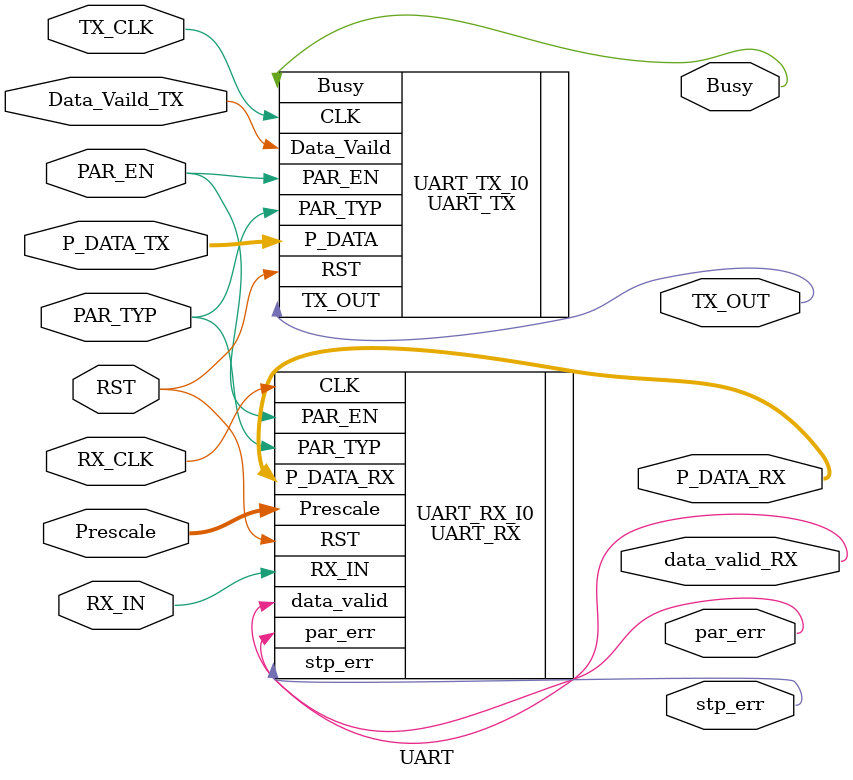
<source format=v>

/*
// Module: UART.v
// Description: Top Module for UART using verilog code 
// Owner : Mohamed Ayman Elsayed 
// Date : 23 Sep 2022
*/

module UART 
#( parameter Data_width = 8 , Prescale_width = 5 )

(

    // ---------- input & output ports --------------

    input   wire                                    RX_IN,
    input   wire    [ Data_width-1 : 0 ]            P_DATA_TX,
    input   wire                                    RX_CLK,
    input   wire                                    TX_CLK,
    input   wire                                    RST,
    input   wire                                    PAR_EN,
    input   wire                                    PAR_TYP,
    input   wire    [ Prescale_width-1 : 0 ]        Prescale,
    input   wire                                    Data_Vaild_TX,
    output  wire                                    data_valid_RX,
    output  wire                                    Busy,
    output  wire                                    TX_OUT,
    output  wire    [ Data_width-1 : 0 ]            P_DATA_RX,
    output  wire                                    par_err,
    output  wire                                    stp_err
        
);

    // --------------- UART_RX Instantation ----------------

    UART_RX #( .Data_width ( Data_width ) , .Prescale_width ( Prescale_width ) ) UART_RX_I0 (

        .RX_IN ( RX_IN ),
        .PAR_EN ( PAR_EN ),
        .Prescale ( Prescale ),
        .PAR_TYP ( PAR_TYP ),
        .CLK ( RX_CLK ),
        .RST ( RST ),
        .par_err ( par_err ),
        .stp_err ( stp_err ),
        .data_valid ( data_valid_RX ),
        .P_DATA_RX ( P_DATA_RX ) 
    );

    // --------------- UART_TX Instantation ----------------

    UART_TX #( .Data_width ( Data_width ) ) UART_TX_I0 (

        .P_DATA ( P_DATA_TX ),
        .Data_Vaild ( Data_Vaild_TX ),
        .PAR_EN ( PAR_EN ),
        .PAR_TYP ( PAR_TYP ),
        .CLK ( TX_CLK ),
        .RST ( RST ),
        .TX_OUT ( TX_OUT ),
        .Busy ( Busy )
    );
endmodule 
</source>
